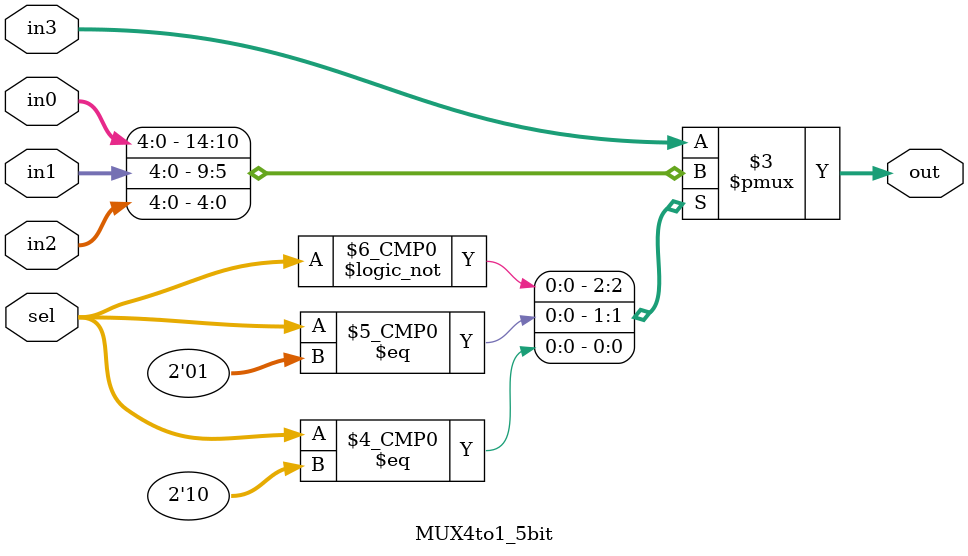
<source format=v>
module MUX4to1_5bit(in0,in1,in2,in3,out,sel);
input [4:0] in0;
input [4:0] in1;
input [4:0] in2;
input [4:0] in3;
input [1:0] sel;
output reg [4:0] out;

always@(sel , in0 , in1 , in2 , in3)
begin

case(sel)
0: out<= in0;
1: out<= in1;
2: out<= in2;
default: out<= in3;
endcase

end

endmodule
</source>
